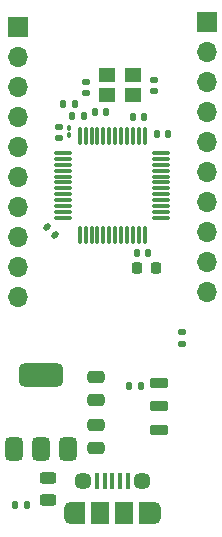
<source format=gbr>
%TF.GenerationSoftware,KiCad,Pcbnew,9.0.0*%
%TF.CreationDate,2025-06-28T10:43:13-07:00*%
%TF.ProjectId,STM 32 devboard,53544d20-3332-4206-9465-76626f617264,rev?*%
%TF.SameCoordinates,Original*%
%TF.FileFunction,Soldermask,Top*%
%TF.FilePolarity,Negative*%
%FSLAX46Y46*%
G04 Gerber Fmt 4.6, Leading zero omitted, Abs format (unit mm)*
G04 Created by KiCad (PCBNEW 9.0.0) date 2025-06-28 10:43:13*
%MOMM*%
%LPD*%
G01*
G04 APERTURE LIST*
G04 Aperture macros list*
%AMRoundRect*
0 Rectangle with rounded corners*
0 $1 Rounding radius*
0 $2 $3 $4 $5 $6 $7 $8 $9 X,Y pos of 4 corners*
0 Add a 4 corners polygon primitive as box body*
4,1,4,$2,$3,$4,$5,$6,$7,$8,$9,$2,$3,0*
0 Add four circle primitives for the rounded corners*
1,1,$1+$1,$2,$3*
1,1,$1+$1,$4,$5*
1,1,$1+$1,$6,$7*
1,1,$1+$1,$8,$9*
0 Add four rect primitives between the rounded corners*
20,1,$1+$1,$2,$3,$4,$5,0*
20,1,$1+$1,$4,$5,$6,$7,0*
20,1,$1+$1,$6,$7,$8,$9,0*
20,1,$1+$1,$8,$9,$2,$3,0*%
G04 Aperture macros list end*
%ADD10RoundRect,0.140000X0.140000X0.170000X-0.140000X0.170000X-0.140000X-0.170000X0.140000X-0.170000X0*%
%ADD11R,1.700000X1.700000*%
%ADD12O,1.700000X1.700000*%
%ADD13RoundRect,0.375000X0.375000X-0.625000X0.375000X0.625000X-0.375000X0.625000X-0.375000X-0.625000X0*%
%ADD14RoundRect,0.500000X1.400000X-0.500000X1.400000X0.500000X-1.400000X0.500000X-1.400000X-0.500000X0*%
%ADD15R,1.400000X1.200000*%
%ADD16RoundRect,0.120000X0.630000X0.280000X-0.630000X0.280000X-0.630000X-0.280000X0.630000X-0.280000X0*%
%ADD17RoundRect,0.135000X0.135000X0.185000X-0.135000X0.185000X-0.135000X-0.185000X0.135000X-0.185000X0*%
%ADD18RoundRect,0.135000X0.185000X-0.135000X0.185000X0.135000X-0.185000X0.135000X-0.185000X-0.135000X0*%
%ADD19RoundRect,0.135000X-0.135000X-0.185000X0.135000X-0.185000X0.135000X0.185000X-0.135000X0.185000X0*%
%ADD20R,0.400000X1.350000*%
%ADD21O,1.200000X1.900000*%
%ADD22R,1.200000X1.900000*%
%ADD23C,1.450000*%
%ADD24R,1.500000X1.900000*%
%ADD25RoundRect,0.100000X-0.100000X0.130000X-0.100000X-0.130000X0.100000X-0.130000X0.100000X0.130000X0*%
%ADD26RoundRect,0.243750X0.456250X-0.243750X0.456250X0.243750X-0.456250X0.243750X-0.456250X-0.243750X0*%
%ADD27RoundRect,0.140000X0.170000X-0.140000X0.170000X0.140000X-0.170000X0.140000X-0.170000X-0.140000X0*%
%ADD28RoundRect,0.140000X0.219203X0.021213X0.021213X0.219203X-0.219203X-0.021213X-0.021213X-0.219203X0*%
%ADD29RoundRect,0.140000X-0.140000X-0.170000X0.140000X-0.170000X0.140000X0.170000X-0.140000X0.170000X0*%
%ADD30RoundRect,0.225000X0.225000X0.250000X-0.225000X0.250000X-0.225000X-0.250000X0.225000X-0.250000X0*%
%ADD31RoundRect,0.250000X-0.475000X0.250000X-0.475000X-0.250000X0.475000X-0.250000X0.475000X0.250000X0*%
%ADD32RoundRect,0.140000X-0.170000X0.140000X-0.170000X-0.140000X0.170000X-0.140000X0.170000X0.140000X0*%
%ADD33RoundRect,0.250000X0.475000X-0.250000X0.475000X0.250000X-0.475000X0.250000X-0.475000X-0.250000X0*%
%ADD34RoundRect,0.075000X-0.665000X0.075000X-0.665000X-0.075000X0.665000X-0.075000X0.665000X0.075000X0*%
%ADD35RoundRect,0.075000X-0.075000X0.665000X-0.075000X-0.665000X0.075000X-0.665000X0.075000X0.665000X0*%
G04 APERTURE END LIST*
D10*
%TO.C,C10*%
X24070000Y-38500000D03*
X25030000Y-38500000D03*
%TD*%
%TO.C,C11*%
X18616893Y-26944440D03*
X19576893Y-26944440D03*
%TD*%
%TO.C,C12*%
X17874142Y-25905871D03*
X18834142Y-25905871D03*
%TD*%
D11*
%TO.C,J1*%
X30000000Y-19000000D03*
D12*
X30000000Y-21540000D03*
X30000000Y-24080000D03*
X30000000Y-26620000D03*
X30000000Y-29160000D03*
X30000000Y-31700000D03*
X30000000Y-34240000D03*
X30000000Y-36780000D03*
X30000000Y-39320000D03*
X30000000Y-41860000D03*
%TD*%
D13*
%TO.C,U1*%
X13700000Y-55150000D03*
X18300000Y-55150000D03*
D14*
X16000000Y-48850000D03*
D13*
X16000000Y-55150000D03*
%TD*%
D15*
%TO.C,Y1*%
X21550000Y-23456912D03*
X23750000Y-25156912D03*
X23750000Y-23456912D03*
X21550000Y-25156912D03*
%TD*%
D16*
%TO.C,SW1*%
X26000000Y-53500000D03*
X26000000Y-51500000D03*
X26000000Y-49500000D03*
%TD*%
D17*
%TO.C,R3*%
X24410000Y-49800000D03*
X23390000Y-49800000D03*
%TD*%
D18*
%TO.C,R2*%
X27900000Y-46260000D03*
X27900000Y-45240000D03*
%TD*%
D19*
%TO.C,R1*%
X13786317Y-59852750D03*
X14806317Y-59852750D03*
%TD*%
D20*
%TO.C,J3*%
X23300000Y-57837500D03*
X20700000Y-57837500D03*
X21350000Y-57837500D03*
X22000000Y-57837500D03*
X22650000Y-57837500D03*
D21*
X18500000Y-60537500D03*
D22*
X19100000Y-60537500D03*
D23*
X19500000Y-57837500D03*
D24*
X21000000Y-60537500D03*
X23000000Y-60537500D03*
D23*
X24500000Y-57837500D03*
D22*
X24900000Y-60537500D03*
D21*
X25500000Y-60537500D03*
%TD*%
D11*
%TO.C,J2*%
X14000000Y-19420000D03*
D12*
X14000000Y-21960000D03*
X14000000Y-24500000D03*
X14000000Y-27040000D03*
X14000000Y-29580000D03*
X14000000Y-32120000D03*
X14000000Y-34660000D03*
X14000000Y-37200000D03*
X14000000Y-39740000D03*
X14000000Y-42280000D03*
%TD*%
D25*
%TO.C,FB1*%
X18312516Y-27902880D03*
X18312516Y-28542880D03*
%TD*%
D26*
%TO.C,D1*%
X16600000Y-59437500D03*
X16600000Y-57562500D03*
%TD*%
D27*
%TO.C,C13*%
X17500000Y-27826912D03*
X17500000Y-28786912D03*
%TD*%
D28*
%TO.C,C9*%
X17135936Y-36990191D03*
X16457114Y-36311369D03*
%TD*%
D29*
%TO.C,C8*%
X26745811Y-28420361D03*
X25785811Y-28420361D03*
%TD*%
D10*
%TO.C,C7*%
X20520000Y-26556912D03*
X21480000Y-26556912D03*
%TD*%
%TO.C,C6*%
X23759597Y-27033813D03*
X24719597Y-27033813D03*
%TD*%
D30*
%TO.C,C5*%
X25675000Y-39762471D03*
X24125000Y-39762471D03*
%TD*%
D31*
%TO.C,C4*%
X20600000Y-50950000D03*
X20600000Y-49050000D03*
%TD*%
D27*
%TO.C,C3*%
X19750000Y-24026912D03*
X19750000Y-24986912D03*
%TD*%
D32*
%TO.C,C2*%
X25550000Y-24836912D03*
X25550000Y-23876912D03*
%TD*%
D33*
%TO.C,C1*%
X20608899Y-53121859D03*
X20608899Y-55021859D03*
%TD*%
D34*
%TO.C,U2*%
X26160000Y-30556912D03*
D35*
X21250000Y-28646912D03*
D34*
X26160000Y-30056912D03*
X26160000Y-31056912D03*
X26160000Y-31556912D03*
X26160000Y-32056912D03*
X26160000Y-32556912D03*
X26160000Y-33056912D03*
X26160000Y-33556912D03*
X26160000Y-34056912D03*
X26160000Y-34556912D03*
X26160000Y-35056912D03*
X26160000Y-35556912D03*
D35*
X24750000Y-36966912D03*
X24250000Y-36966912D03*
X23750000Y-36966912D03*
X23250000Y-36966912D03*
X22750000Y-36966912D03*
X22250000Y-36966912D03*
X21750000Y-36966912D03*
X21250000Y-36966912D03*
X20750000Y-36966912D03*
X20250000Y-36966912D03*
X19750000Y-36966912D03*
X19250000Y-36966912D03*
D34*
X17840000Y-35556912D03*
X17840000Y-35056912D03*
X17840000Y-34556912D03*
X17840000Y-34056912D03*
X17840000Y-33556912D03*
X17840000Y-33056912D03*
X17840000Y-32556912D03*
X17840000Y-32056912D03*
X17840000Y-31556912D03*
X17840000Y-31056912D03*
X17840000Y-30556912D03*
X17840000Y-30056912D03*
D35*
X19250000Y-28646912D03*
X19750000Y-28646912D03*
X20250000Y-28646912D03*
X20750000Y-28646912D03*
X21750000Y-28646912D03*
X22250000Y-28646912D03*
X22750000Y-28646912D03*
X23250000Y-28646912D03*
X23750000Y-28646912D03*
X24250000Y-28646912D03*
X24750000Y-28646912D03*
%TD*%
M02*

</source>
